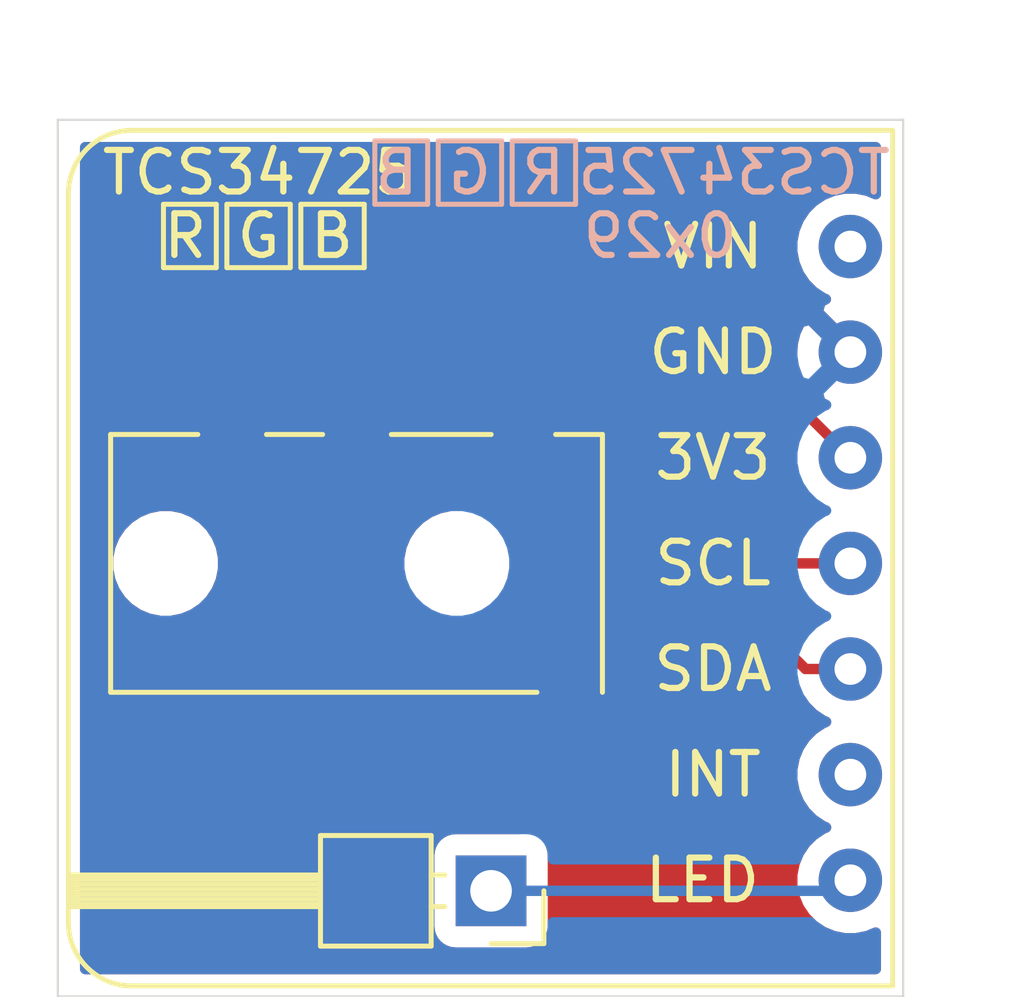
<source format=kicad_pcb>
(kicad_pcb (version 20171130) (host pcbnew "(5.1.5)-3")

  (general
    (thickness 1.6)
    (drawings 33)
    (tracks 11)
    (zones 0)
    (modules 3)
    (nets 8)
  )

  (page A4)
  (layers
    (0 F.Cu signal)
    (31 B.Cu signal)
    (32 B.Adhes user)
    (33 F.Adhes user)
    (34 B.Paste user)
    (35 F.Paste user)
    (36 B.SilkS user)
    (37 F.SilkS user)
    (38 B.Mask user)
    (39 F.Mask user)
    (40 Dwgs.User user)
    (41 Cmts.User user)
    (42 Eco1.User user)
    (43 Eco2.User user)
    (44 Edge.Cuts user)
    (45 Margin user)
    (46 B.CrtYd user)
    (47 F.CrtYd user)
    (48 B.Fab user)
    (49 F.Fab user)
  )

  (setup
    (last_trace_width 0.25)
    (trace_clearance 0.2)
    (zone_clearance 0.508)
    (zone_45_only no)
    (trace_min 0.2)
    (via_size 0.8)
    (via_drill 0.4)
    (via_min_size 0.4)
    (via_min_drill 0.3)
    (uvia_size 0.3)
    (uvia_drill 0.1)
    (uvias_allowed no)
    (uvia_min_size 0.2)
    (uvia_min_drill 0.1)
    (edge_width 0.05)
    (segment_width 0.2)
    (pcb_text_width 0.3)
    (pcb_text_size 1.5 1.5)
    (mod_edge_width 0.12)
    (mod_text_size 1 1)
    (mod_text_width 0.15)
    (pad_size 1.524 1.524)
    (pad_drill 0.762)
    (pad_to_mask_clearance 0.051)
    (solder_mask_min_width 0.25)
    (aux_axis_origin 0 0)
    (visible_elements 7FFFFFFF)
    (pcbplotparams
      (layerselection 0x010fc_ffffffff)
      (usegerberextensions false)
      (usegerberattributes false)
      (usegerberadvancedattributes false)
      (creategerberjobfile false)
      (excludeedgelayer true)
      (linewidth 0.100000)
      (plotframeref false)
      (viasonmask false)
      (mode 1)
      (useauxorigin false)
      (hpglpennumber 1)
      (hpglpenspeed 20)
      (hpglpendiameter 15.000000)
      (psnegative false)
      (psa4output false)
      (plotreference true)
      (plotvalue true)
      (plotinvisibletext false)
      (padsonsilk false)
      (subtractmaskfromsilk false)
      (outputformat 1)
      (mirror false)
      (drillshape 0)
      (scaleselection 1)
      (outputdirectory "gerbers/"))
  )

  (net 0 "")
  (net 1 GND)
  (net 2 SDA)
  (net 3 SCL)
  (net 4 +3V3)
  (net 5 LED)
  (net 6 "Net-(U1-Pad7)")
  (net 7 "Net-(U1-Pad2)")

  (net_class Default "Ceci est la Netclass par défaut."
    (clearance 0.2)
    (trace_width 0.25)
    (via_dia 0.8)
    (via_drill 0.4)
    (uvia_dia 0.3)
    (uvia_drill 0.1)
    (add_net +3V3)
    (add_net GND)
    (add_net LED)
    (add_net "Net-(U1-Pad2)")
    (add_net "Net-(U1-Pad7)")
    (add_net SCL)
    (add_net SDA)
  )

  (module Connector_PinHeader_2.54mm:PinHeader_1x01_P2.54mm_Horizontal (layer F.Cu) (tedit 59FED5CB) (tstamp 5FDD0183)
    (at 171.196 38.862 180)
    (descr "Through hole angled pin header, 1x01, 2.54mm pitch, 6mm pin length, single row")
    (tags "Through hole angled pin header THT 1x01 2.54mm single row")
    (path /5FDDDCBD)
    (fp_text reference J2 (at 4.385 -3.302) (layer F.SilkS) hide
      (effects (font (size 1 1) (thickness 0.15)))
    )
    (fp_text value LED (at 4.385 2.27) (layer F.Fab)
      (effects (font (size 1 1) (thickness 0.15)))
    )
    (fp_text user %R (at 2.77 0 90) (layer F.Fab)
      (effects (font (size 1 1) (thickness 0.15)))
    )
    (fp_line (start 10.55 -1.8) (end -1.8 -1.8) (layer F.CrtYd) (width 0.05))
    (fp_line (start 10.55 1.8) (end 10.55 -1.8) (layer F.CrtYd) (width 0.05))
    (fp_line (start -1.8 1.8) (end 10.55 1.8) (layer F.CrtYd) (width 0.05))
    (fp_line (start -1.8 -1.8) (end -1.8 1.8) (layer F.CrtYd) (width 0.05))
    (fp_line (start -1.27 -1.27) (end 0 -1.27) (layer F.SilkS) (width 0.12))
    (fp_line (start -1.27 0) (end -1.27 -1.27) (layer F.SilkS) (width 0.12))
    (fp_line (start 1.11 0.38) (end 1.44 0.38) (layer F.SilkS) (width 0.12))
    (fp_line (start 1.11 -0.38) (end 1.44 -0.38) (layer F.SilkS) (width 0.12))
    (fp_line (start 4.1 0.28) (end 10.1 0.28) (layer F.SilkS) (width 0.12))
    (fp_line (start 4.1 0.16) (end 10.1 0.16) (layer F.SilkS) (width 0.12))
    (fp_line (start 4.1 0.04) (end 10.1 0.04) (layer F.SilkS) (width 0.12))
    (fp_line (start 4.1 -0.08) (end 10.1 -0.08) (layer F.SilkS) (width 0.12))
    (fp_line (start 4.1 -0.2) (end 10.1 -0.2) (layer F.SilkS) (width 0.12))
    (fp_line (start 4.1 -0.32) (end 10.1 -0.32) (layer F.SilkS) (width 0.12))
    (fp_line (start 10.1 0.38) (end 4.1 0.38) (layer F.SilkS) (width 0.12))
    (fp_line (start 10.1 -0.38) (end 10.1 0.38) (layer F.SilkS) (width 0.12))
    (fp_line (start 4.1 -0.38) (end 10.1 -0.38) (layer F.SilkS) (width 0.12))
    (fp_line (start 4.1 -1.33) (end 1.44 -1.33) (layer F.SilkS) (width 0.12))
    (fp_line (start 4.1 1.33) (end 4.1 -1.33) (layer F.SilkS) (width 0.12))
    (fp_line (start 1.44 1.33) (end 4.1 1.33) (layer F.SilkS) (width 0.12))
    (fp_line (start 1.44 -1.33) (end 1.44 1.33) (layer F.SilkS) (width 0.12))
    (fp_line (start 4.04 0.32) (end 10.04 0.32) (layer F.Fab) (width 0.1))
    (fp_line (start 10.04 -0.32) (end 10.04 0.32) (layer F.Fab) (width 0.1))
    (fp_line (start 4.04 -0.32) (end 10.04 -0.32) (layer F.Fab) (width 0.1))
    (fp_line (start -0.32 0.32) (end 1.5 0.32) (layer F.Fab) (width 0.1))
    (fp_line (start -0.32 -0.32) (end -0.32 0.32) (layer F.Fab) (width 0.1))
    (fp_line (start -0.32 -0.32) (end 1.5 -0.32) (layer F.Fab) (width 0.1))
    (fp_line (start 1.5 -0.635) (end 2.135 -1.27) (layer F.Fab) (width 0.1))
    (fp_line (start 1.5 1.27) (end 1.5 -0.635) (layer F.Fab) (width 0.1))
    (fp_line (start 4.04 1.27) (end 1.5 1.27) (layer F.Fab) (width 0.1))
    (fp_line (start 4.04 -1.27) (end 4.04 1.27) (layer F.Fab) (width 0.1))
    (fp_line (start 2.135 -1.27) (end 4.04 -1.27) (layer F.Fab) (width 0.1))
    (pad 1 thru_hole rect (at 0 0 180) (size 1.7 1.7) (drill 1) (layers *.Cu *.Mask)
      (net 5 LED))
    (model ${KISYS3DMOD}/Connector_PinHeader_2.54mm.3dshapes/PinHeader_1x01_P2.54mm_Horizontal.wrl
      (at (xyz 0 0 0))
      (scale (xyz 1 1 1))
      (rotate (xyz 0 0 0))
    )
  )

  (module usini_sensors:module_tcs34725 (layer F.Cu) (tedit 5FDB4F9D) (tstamp 5FDD0203)
    (at 177.292 23.368 180)
    (path /5FDDB442)
    (fp_text reference U1 (at -3.048 -18.796) (layer F.SilkS) hide
      (effects (font (size 1 1) (thickness 0.15)))
    )
    (fp_text value module_tcs34725 (at 0 5.08) (layer F.Fab)
      (effects (font (size 1 1) (thickness 0.15)))
    )
    (fp_text user VIN (at 0.762 0) (layer F.SilkS)
      (effects (font (size 1 1) (thickness 0.15)))
    )
    (fp_text user GND (at 0.762 -2.54) (layer F.SilkS)
      (effects (font (size 1 1) (thickness 0.15)))
    )
    (fp_text user 3V3 (at 0.762 -5.08) (layer F.SilkS)
      (effects (font (size 1 1) (thickness 0.15)))
    )
    (fp_text user SCL (at 0.762 -7.62) (layer F.SilkS)
      (effects (font (size 1 1) (thickness 0.15)))
    )
    (fp_text user SDA (at 0.762 -10.16) (layer F.SilkS)
      (effects (font (size 1 1) (thickness 0.15)))
    )
    (fp_text user INT (at 0.762 -12.7) (layer F.SilkS)
      (effects (font (size 1 1) (thickness 0.15)))
    )
    (fp_text user LED (at 1.016 -15.24) (layer F.SilkS)
      (effects (font (size 1 1) (thickness 0.15)))
    )
    (fp_arc (start 14.732 1.27) (end 14.732 2.794) (angle -90) (layer F.SilkS) (width 0.12))
    (fp_arc (start 14.732 -16.256) (end 16.256 -16.256) (angle -90) (layer F.SilkS) (width 0.12))
    (fp_line (start -3.556 2.794) (end -3.556 -17.78) (layer F.SilkS) (width 0.12))
    (fp_line (start 14.732 2.794) (end -3.556 2.794) (layer F.SilkS) (width 0.12))
    (fp_line (start 16.256 -16.256) (end 16.256 1.27) (layer F.SilkS) (width 0.12))
    (fp_line (start -3.556 -17.78) (end 14.732 -17.78) (layer F.SilkS) (width 0.12))
    (pad 7 thru_hole circle (at -2.54 0 180) (size 1.524 1.524) (drill 0.762) (layers *.Cu *.Mask)
      (net 6 "Net-(U1-Pad7)"))
    (pad 6 thru_hole circle (at -2.54 -2.54 180) (size 1.524 1.524) (drill 0.762) (layers *.Cu *.Mask)
      (net 1 GND))
    (pad 5 thru_hole circle (at -2.54 -5.08 180) (size 1.524 1.524) (drill 0.762) (layers *.Cu *.Mask)
      (net 4 +3V3))
    (pad 4 thru_hole circle (at -2.54 -7.62 180) (size 1.524 1.524) (drill 0.762) (layers *.Cu *.Mask)
      (net 3 SCL))
    (pad 3 thru_hole circle (at -2.54 -10.16 180) (size 1.524 1.524) (drill 0.762) (layers *.Cu *.Mask)
      (net 2 SDA))
    (pad 2 thru_hole circle (at -2.54 -12.7 180) (size 1.524 1.524) (drill 0.762) (layers *.Cu *.Mask)
      (net 7 "Net-(U1-Pad2)"))
    (pad 1 thru_hole circle (at -2.54 -15.24 180) (size 1.524 1.524) (drill 0.762) (layers *.Cu *.Mask)
      (net 5 LED))
    (model ${KIPRJMOD}/usini_sensors.pretty/TCS34725.STEP
      (offset (xyz 6 7.5 9.5))
      (scale (xyz 1 1 1))
      (rotate (xyz -90 0 -90))
    )
    (model ${KISYS3DMOD}/Connector_PinSocket_2.54mm.3dshapes/PinSocket_1x07_P2.54mm_Vertical.step
      (offset (xyz -2.5 15 0))
      (scale (xyz 1 1 1))
      (rotate (xyz 0 0 0))
    )
  )

  (module usini_sensors:jack_3.5mm_TRRS (layer F.Cu) (tedit 5FDB7F81) (tstamp 5FDA3052)
    (at 168.148 30.988)
    (descr "Headphones with microphone connector, 3.5mm, 4 pins (http://www.qingpu-electronics.com/en/products/WQP-PJ320D-72.html)")
    (tags "3.5mm jack mic microphone phones headphones 4pins audio plug")
    (path /5FDC3E76)
    (attr smd)
    (fp_text reference J1 (at -0.508 0.508 90) (layer F.SilkS) hide
      (effects (font (size 1 1) (thickness 0.15)))
    )
    (fp_text value AudioJack4 (at -0.025 6.35) (layer F.Fab)
      (effects (font (size 1 1) (thickness 0.15)))
    )
    (fp_circle (center 3.9 -2.35) (end 3.95 -2.1) (layer F.Fab) (width 0.12))
    (fp_line (start -6.096 -3.1) (end -6.096 3.1) (layer F.SilkS) (width 0.12))
    (fp_line (start -8.73 -5) (end 6.07 -5) (layer F.CrtYd) (width 0.05))
    (fp_line (start -8.73 5) (end 6.07 5) (layer F.CrtYd) (width 0.05))
    (fp_line (start 5.725 3.1) (end 5.725 -3.1) (layer F.SilkS) (width 0.12))
    (fp_line (start -8.73 5) (end -8.73 -5) (layer F.CrtYd) (width 0.05))
    (fp_line (start 6.07 5) (end 6.07 -5) (layer F.CrtYd) (width 0.05))
    (fp_line (start -6.096 -3.1) (end -4 -3.1) (layer F.SilkS) (width 0.12))
    (fp_line (start -2.35 -3.1) (end -1 -3.1) (layer F.SilkS) (width 0.12))
    (fp_line (start 0.65 -3.1) (end 3.05 -3.1) (layer F.SilkS) (width 0.12))
    (fp_line (start 4.6 -3.1) (end 5.725 -3.1) (layer F.SilkS) (width 0.12))
    (fp_line (start 4.15 3.1) (end -6.096 3.1) (layer F.SilkS) (width 0.12))
    (fp_line (start 5.575 -2.9) (end 5.575 2.9) (layer F.Fab) (width 0.1))
    (fp_line (start -6.096 -2.9) (end 5.575 -2.9) (layer F.Fab) (width 0.1))
    (fp_line (start -6.096 -2.3) (end -6.096 -2.9) (layer F.Fab) (width 0.1))
    (fp_line (start -8.225 -2.3) (end -6.096 -2.3) (layer F.Fab) (width 0.1))
    (fp_line (start -8.225 2.3) (end -8.225 -2.3) (layer F.Fab) (width 0.1))
    (fp_line (start -6.096 2.3) (end -8.225 2.3) (layer F.Fab) (width 0.1))
    (fp_line (start -6.096 2.9) (end -6.096 2.286) (layer F.Fab) (width 0.1))
    (fp_line (start 5.575 2.9) (end -6.096 2.9) (layer F.Fab) (width 0.1))
    (fp_text user %R (at -1.195 0) (layer F.Fab)
      (effects (font (size 1 1) (thickness 0.15)))
    )
    (pad "" np_thru_hole circle (at 2.225 0) (size 1.5 1.5) (drill 1.5) (layers *.Cu *.Mask))
    (pad "" np_thru_hole circle (at -4.775 0) (size 1.5 1.5) (drill 1.5) (layers *.Cu *.Mask))
    (pad R2 smd roundrect (at -3.175 -4.572) (size 1.2 3.2) (layers F.Cu F.Paste F.Mask) (roundrect_rratio 0.25)
      (net 2 SDA))
    (pad R1 smd roundrect (at -0.175 -4.572) (size 1.2 3.2) (layers F.Cu F.Paste F.Mask) (roundrect_rratio 0.25)
      (net 3 SCL))
    (pad T smd roundrect (at 3.81 -4.572) (size 1.2 3.2) (layers F.Cu F.Paste F.Mask) (roundrect_rratio 0.25)
      (net 4 +3V3))
    (pad S smd roundrect (at 4.925 4.572) (size 1.2 3.2) (layers F.Cu F.Paste F.Mask) (roundrect_rratio 0.25)
      (net 1 GND))
    (model ${KIPRJMOD}/usini_sensors.pretty/audio_3.5mm_trrs.step
      (offset (xyz 5.5 -3 0))
      (scale (xyz 1 1 1))
      (rotate (xyz 0 0 -90))
    )
  )

  (gr_line (start 171.704 20.828) (end 171.704 22.352) (layer B.SilkS) (width 0.12) (tstamp 5FDD09C8))
  (gr_text "R G B" (at 170.688 21.59) (layer B.SilkS) (tstamp 5FDD09C7)
    (effects (font (size 1 1) (thickness 0.15)) (justify mirror))
  )
  (gr_line (start 169.926 20.828) (end 169.926 22.352) (layer B.SilkS) (width 0.12) (tstamp 5FDD09C6))
  (gr_line (start 171.704 22.352) (end 173.228 22.352) (layer B.SilkS) (width 0.12) (tstamp 5FDD09C5))
  (gr_line (start 171.45 22.352) (end 171.45 20.828) (layer B.SilkS) (width 0.12) (tstamp 5FDD09C4))
  (gr_line (start 168.402 20.828) (end 168.402 22.352) (layer B.SilkS) (width 0.12) (tstamp 5FDD09C3))
  (gr_line (start 169.926 22.352) (end 171.45 22.352) (layer B.SilkS) (width 0.12) (tstamp 5FDD09C2))
  (gr_line (start 171.45 20.828) (end 169.926 20.828) (layer B.SilkS) (width 0.12) (tstamp 5FDD09C1))
  (gr_line (start 173.228 20.828) (end 171.704 20.828) (layer B.SilkS) (width 0.12) (tstamp 5FDD09C0))
  (gr_line (start 173.228 22.352) (end 173.228 20.828) (layer B.SilkS) (width 0.12) (tstamp 5FDD09BF))
  (gr_line (start 169.672 20.828) (end 168.402 20.828) (layer B.SilkS) (width 0.12) (tstamp 5FDD09BE))
  (gr_line (start 169.672 22.352) (end 169.672 20.828) (layer B.SilkS) (width 0.12) (tstamp 5FDD09BD))
  (gr_line (start 168.402 22.352) (end 169.672 22.352) (layer B.SilkS) (width 0.12) (tstamp 5FDD09BC))
  (gr_line (start 166.624 23.876) (end 166.624 22.352) (layer F.SilkS) (width 0.12) (tstamp 5FDD098F))
  (gr_line (start 168.148 23.876) (end 166.624 23.876) (layer F.SilkS) (width 0.12))
  (gr_line (start 168.148 22.352) (end 168.148 23.876) (layer F.SilkS) (width 0.12))
  (gr_line (start 166.624 22.352) (end 168.148 22.352) (layer F.SilkS) (width 0.12))
  (gr_line (start 164.846 23.876) (end 164.846 22.352) (layer F.SilkS) (width 0.12) (tstamp 5FDD098E))
  (gr_line (start 166.37 23.876) (end 164.846 23.876) (layer F.SilkS) (width 0.12))
  (gr_line (start 166.37 22.352) (end 166.37 23.876) (layer F.SilkS) (width 0.12))
  (gr_line (start 164.846 22.352) (end 166.37 22.352) (layer F.SilkS) (width 0.12))
  (gr_line (start 163.322 23.876) (end 163.322 22.352) (layer F.SilkS) (width 0.12) (tstamp 5FDD098D))
  (gr_line (start 164.592 23.876) (end 163.322 23.876) (layer F.SilkS) (width 0.12))
  (gr_line (start 164.592 22.352) (end 164.592 23.876) (layer F.SilkS) (width 0.12))
  (gr_line (start 163.322 22.352) (end 164.592 22.352) (layer F.SilkS) (width 0.12))
  (gr_text "R G B" (at 165.608 23.114) (layer F.SilkS)
    (effects (font (size 1 1) (thickness 0.15)))
  )
  (gr_text TCS34725 (at 165.608 21.59) (layer F.SilkS)
    (effects (font (size 1 1) (thickness 0.15)))
  )
  (gr_line (start 181.102 41.402) (end 181.102 20.32) (layer Edge.Cuts) (width 0.05))
  (gr_line (start 160.782 41.402) (end 181.102 41.402) (layer Edge.Cuts) (width 0.05))
  (gr_line (start 160.782 20.32) (end 160.782 41.402) (layer Edge.Cuts) (width 0.05))
  (gr_line (start 181.102 20.32) (end 160.782 20.32) (layer Edge.Cuts) (width 0.05))
  (gr_text 0x29 (at 175.26 23.114) (layer B.SilkS)
    (effects (font (size 1 1) (thickness 0.15)) (justify mirror))
  )
  (gr_text TCS34725 (at 177.038 21.59) (layer B.SilkS)
    (effects (font (size 1 1) (thickness 0.15)) (justify mirror))
  )

  (segment (start 178.75437 33.528) (end 177.99237 32.766) (width 0.25) (layer F.Cu) (net 2))
  (segment (start 179.832 33.528) (end 178.75437 33.528) (width 0.25) (layer F.Cu) (net 2) (status 10))
  (segment (start 164.973 28.016) (end 164.973 26.416) (width 0.25) (layer F.Cu) (net 2) (status 20))
  (segment (start 169.723 32.766) (end 164.973 28.016) (width 0.25) (layer F.Cu) (net 2))
  (segment (start 177.99237 32.766) (end 169.723 32.766) (width 0.25) (layer F.Cu) (net 2))
  (segment (start 172.545 30.988) (end 167.973 26.416) (width 0.25) (layer F.Cu) (net 3) (status 20))
  (segment (start 179.832 30.988) (end 172.545 30.988) (width 0.25) (layer F.Cu) (net 3) (status 10))
  (segment (start 177.8 26.416) (end 171.958 26.416) (width 0.25) (layer F.Cu) (net 4) (status 20))
  (segment (start 179.832 28.448) (end 177.8 26.416) (width 0.25) (layer F.Cu) (net 4) (status 10))
  (segment (start 179.578 38.862) (end 179.832 38.608) (width 0.25) (layer B.Cu) (net 5) (status 30))
  (segment (start 171.196 38.862) (end 179.578 38.862) (width 0.25) (layer B.Cu) (net 5) (status 30))

  (zone (net 1) (net_name GND) (layer F.Cu) (tstamp 5FE0EE22) (hatch edge 0.508)
    (connect_pads (clearance 0.508))
    (min_thickness 0.254)
    (fill yes (arc_segments 32) (thermal_gap 0.508) (thermal_bridge_width 0.508))
    (polygon
      (pts
        (xy 181.102 41.402) (xy 160.782 41.402) (xy 160.782 20.32) (xy 181.102 20.32)
      )
    )
    (filled_polygon
      (pts
        (xy 180.442001 22.108569) (xy 180.23949 22.024686) (xy 179.969592 21.971) (xy 179.694408 21.971) (xy 179.42451 22.024686)
        (xy 179.170273 22.129995) (xy 178.941465 22.28288) (xy 178.74688 22.477465) (xy 178.593995 22.706273) (xy 178.488686 22.96051)
        (xy 178.435 23.230408) (xy 178.435 23.505592) (xy 178.488686 23.77549) (xy 178.593995 24.029727) (xy 178.74688 24.258535)
        (xy 178.941465 24.45312) (xy 179.170273 24.606005) (xy 179.241943 24.635692) (xy 179.228977 24.640364) (xy 179.11302 24.702344)
        (xy 179.04604 24.942435) (xy 179.832 25.728395) (xy 179.846143 25.714253) (xy 180.025748 25.893858) (xy 180.011605 25.908)
        (xy 180.025748 25.922143) (xy 179.846143 26.101748) (xy 179.832 26.087605) (xy 179.817858 26.101748) (xy 179.638253 25.922143)
        (xy 179.652395 25.908) (xy 178.866435 25.12204) (xy 178.626344 25.18902) (xy 178.509244 25.438048) (xy 178.442977 25.705135)
        (xy 178.430481 25.97168) (xy 178.363804 25.905003) (xy 178.340001 25.875999) (xy 178.224276 25.781026) (xy 178.092247 25.710454)
        (xy 177.948986 25.666997) (xy 177.837333 25.656) (xy 177.837322 25.656) (xy 177.8 25.652324) (xy 177.762678 25.656)
        (xy 173.196072 25.656) (xy 173.196072 25.116) (xy 173.178047 24.932991) (xy 173.124666 24.757015) (xy 173.037978 24.594835)
        (xy 172.921317 24.452683) (xy 172.779165 24.336022) (xy 172.616985 24.249334) (xy 172.441009 24.195953) (xy 172.258 24.177928)
        (xy 171.658 24.177928) (xy 171.474991 24.195953) (xy 171.299015 24.249334) (xy 171.136835 24.336022) (xy 170.994683 24.452683)
        (xy 170.878022 24.594835) (xy 170.791334 24.757015) (xy 170.737953 24.932991) (xy 170.719928 25.116) (xy 170.719928 27.716)
        (xy 170.737953 27.899009) (xy 170.791334 28.074985) (xy 170.878022 28.237165) (xy 170.919462 28.28766) (xy 169.211072 26.579271)
        (xy 169.211072 25.116) (xy 169.193047 24.932991) (xy 169.139666 24.757015) (xy 169.052978 24.594835) (xy 168.936317 24.452683)
        (xy 168.794165 24.336022) (xy 168.631985 24.249334) (xy 168.456009 24.195953) (xy 168.273 24.177928) (xy 167.673 24.177928)
        (xy 167.489991 24.195953) (xy 167.314015 24.249334) (xy 167.151835 24.336022) (xy 167.009683 24.452683) (xy 166.893022 24.594835)
        (xy 166.806334 24.757015) (xy 166.752953 24.932991) (xy 166.734928 25.116) (xy 166.734928 27.716) (xy 166.752953 27.899009)
        (xy 166.806334 28.074985) (xy 166.893022 28.237165) (xy 167.009683 28.379317) (xy 167.151835 28.495978) (xy 167.314015 28.582666)
        (xy 167.489991 28.636047) (xy 167.673 28.654072) (xy 168.273 28.654072) (xy 168.456009 28.636047) (xy 168.631985 28.582666)
        (xy 168.794165 28.495978) (xy 168.895232 28.413034) (xy 170.110315 29.628118) (xy 169.969011 29.656225) (xy 169.716957 29.760629)
        (xy 169.490114 29.912201) (xy 169.297201 30.105114) (xy 169.145629 30.331957) (xy 169.041225 30.584011) (xy 168.988 30.851589)
        (xy 168.988 30.956198) (xy 166.128213 28.096412) (xy 166.139666 28.074985) (xy 166.193047 27.899009) (xy 166.211072 27.716)
        (xy 166.211072 25.116) (xy 166.193047 24.932991) (xy 166.139666 24.757015) (xy 166.052978 24.594835) (xy 165.936317 24.452683)
        (xy 165.794165 24.336022) (xy 165.631985 24.249334) (xy 165.456009 24.195953) (xy 165.273 24.177928) (xy 164.673 24.177928)
        (xy 164.489991 24.195953) (xy 164.314015 24.249334) (xy 164.151835 24.336022) (xy 164.009683 24.452683) (xy 163.893022 24.594835)
        (xy 163.806334 24.757015) (xy 163.752953 24.932991) (xy 163.734928 25.116) (xy 163.734928 27.716) (xy 163.752953 27.899009)
        (xy 163.806334 28.074985) (xy 163.893022 28.237165) (xy 164.009683 28.379317) (xy 164.151835 28.495978) (xy 164.314015 28.582666)
        (xy 164.489991 28.636047) (xy 164.521333 28.639134) (xy 169.159205 33.277008) (xy 169.182999 33.306001) (xy 169.211992 33.329795)
        (xy 169.211996 33.329799) (xy 169.261589 33.370498) (xy 169.298724 33.400974) (xy 169.430753 33.471546) (xy 169.574014 33.515003)
        (xy 169.685667 33.526) (xy 169.685676 33.526) (xy 169.722999 33.529676) (xy 169.760322 33.526) (xy 172.007712 33.526)
        (xy 171.942463 33.605506) (xy 171.883498 33.71582) (xy 171.847188 33.835518) (xy 171.834928 33.96) (xy 171.838 35.27425)
        (xy 171.99675 35.433) (xy 172.946 35.433) (xy 172.946 35.413) (xy 173.2 35.413) (xy 173.2 35.433)
        (xy 174.14925 35.433) (xy 174.308 35.27425) (xy 174.311072 33.96) (xy 174.298812 33.835518) (xy 174.262502 33.71582)
        (xy 174.203537 33.605506) (xy 174.138288 33.526) (xy 177.677569 33.526) (xy 178.190571 34.039002) (xy 178.214369 34.068001)
        (xy 178.330094 34.162974) (xy 178.462123 34.233546) (xy 178.605384 34.277003) (xy 178.655617 34.281951) (xy 178.74688 34.418535)
        (xy 178.941465 34.61312) (xy 179.170273 34.766005) (xy 179.247515 34.798) (xy 179.170273 34.829995) (xy 178.941465 34.98288)
        (xy 178.74688 35.177465) (xy 178.593995 35.406273) (xy 178.488686 35.66051) (xy 178.435 35.930408) (xy 178.435 36.205592)
        (xy 178.488686 36.47549) (xy 178.593995 36.729727) (xy 178.74688 36.958535) (xy 178.941465 37.15312) (xy 179.170273 37.306005)
        (xy 179.247515 37.338) (xy 179.170273 37.369995) (xy 178.941465 37.52288) (xy 178.74688 37.717465) (xy 178.593995 37.946273)
        (xy 178.488686 38.20051) (xy 178.435 38.470408) (xy 178.435 38.745592) (xy 178.488686 39.01549) (xy 178.593995 39.269727)
        (xy 178.74688 39.498535) (xy 178.941465 39.69312) (xy 179.170273 39.846005) (xy 179.42451 39.951314) (xy 179.694408 40.005)
        (xy 179.969592 40.005) (xy 180.23949 39.951314) (xy 180.442 39.867431) (xy 180.442 40.742) (xy 161.442 40.742)
        (xy 161.442 38.012) (xy 169.707928 38.012) (xy 169.707928 39.712) (xy 169.720188 39.836482) (xy 169.756498 39.95618)
        (xy 169.815463 40.066494) (xy 169.894815 40.163185) (xy 169.991506 40.242537) (xy 170.10182 40.301502) (xy 170.221518 40.337812)
        (xy 170.346 40.350072) (xy 172.046 40.350072) (xy 172.170482 40.337812) (xy 172.29018 40.301502) (xy 172.400494 40.242537)
        (xy 172.497185 40.163185) (xy 172.576537 40.066494) (xy 172.635502 39.95618) (xy 172.671812 39.836482) (xy 172.684072 39.712)
        (xy 172.684072 38.012) (xy 172.671812 37.887518) (xy 172.644171 37.796399) (xy 172.78725 37.795) (xy 172.946 37.63625)
        (xy 172.946 35.687) (xy 173.2 35.687) (xy 173.2 37.63625) (xy 173.35875 37.795) (xy 173.673 37.798072)
        (xy 173.797482 37.785812) (xy 173.91718 37.749502) (xy 174.027494 37.690537) (xy 174.124185 37.611185) (xy 174.203537 37.514494)
        (xy 174.262502 37.40418) (xy 174.298812 37.284482) (xy 174.311072 37.16) (xy 174.308 35.84575) (xy 174.14925 35.687)
        (xy 173.2 35.687) (xy 172.946 35.687) (xy 171.99675 35.687) (xy 171.838 35.84575) (xy 171.834928 37.16)
        (xy 171.847188 37.284482) (xy 171.874321 37.373928) (xy 170.346 37.373928) (xy 170.221518 37.386188) (xy 170.10182 37.422498)
        (xy 169.991506 37.481463) (xy 169.894815 37.560815) (xy 169.815463 37.657506) (xy 169.756498 37.76782) (xy 169.720188 37.887518)
        (xy 169.707928 38.012) (xy 161.442 38.012) (xy 161.442 30.851589) (xy 161.988 30.851589) (xy 161.988 31.124411)
        (xy 162.041225 31.391989) (xy 162.145629 31.644043) (xy 162.297201 31.870886) (xy 162.490114 32.063799) (xy 162.716957 32.215371)
        (xy 162.969011 32.319775) (xy 163.236589 32.373) (xy 163.509411 32.373) (xy 163.776989 32.319775) (xy 164.029043 32.215371)
        (xy 164.255886 32.063799) (xy 164.448799 31.870886) (xy 164.600371 31.644043) (xy 164.704775 31.391989) (xy 164.758 31.124411)
        (xy 164.758 30.851589) (xy 164.704775 30.584011) (xy 164.600371 30.331957) (xy 164.448799 30.105114) (xy 164.255886 29.912201)
        (xy 164.029043 29.760629) (xy 163.776989 29.656225) (xy 163.509411 29.603) (xy 163.236589 29.603) (xy 162.969011 29.656225)
        (xy 162.716957 29.760629) (xy 162.490114 29.912201) (xy 162.297201 30.105114) (xy 162.145629 30.331957) (xy 162.041225 30.584011)
        (xy 161.988 30.851589) (xy 161.442 30.851589) (xy 161.442 20.98) (xy 180.442001 20.98)
      )
    )
  )
  (zone (net 1) (net_name GND) (layer B.Cu) (tstamp 5FE0EE1F) (hatch edge 0.508)
    (connect_pads (clearance 0.508))
    (min_thickness 0.254)
    (fill yes (arc_segments 32) (thermal_gap 0.508) (thermal_bridge_width 0.508))
    (polygon
      (pts
        (xy 181.102 41.402) (xy 160.782 41.402) (xy 160.782 20.32) (xy 181.102 20.32)
      )
    )
    (filled_polygon
      (pts
        (xy 180.442001 22.108569) (xy 180.23949 22.024686) (xy 179.969592 21.971) (xy 179.694408 21.971) (xy 179.42451 22.024686)
        (xy 179.170273 22.129995) (xy 178.941465 22.28288) (xy 178.74688 22.477465) (xy 178.593995 22.706273) (xy 178.488686 22.96051)
        (xy 178.435 23.230408) (xy 178.435 23.505592) (xy 178.488686 23.77549) (xy 178.593995 24.029727) (xy 178.74688 24.258535)
        (xy 178.941465 24.45312) (xy 179.170273 24.606005) (xy 179.241943 24.635692) (xy 179.228977 24.640364) (xy 179.11302 24.702344)
        (xy 179.04604 24.942435) (xy 179.832 25.728395) (xy 179.846143 25.714253) (xy 180.025748 25.893858) (xy 180.011605 25.908)
        (xy 180.025748 25.922143) (xy 179.846143 26.101748) (xy 179.832 26.087605) (xy 179.04604 26.873565) (xy 179.11302 27.113656)
        (xy 179.24876 27.177485) (xy 179.170273 27.209995) (xy 178.941465 27.36288) (xy 178.74688 27.557465) (xy 178.593995 27.786273)
        (xy 178.488686 28.04051) (xy 178.435 28.310408) (xy 178.435 28.585592) (xy 178.488686 28.85549) (xy 178.593995 29.109727)
        (xy 178.74688 29.338535) (xy 178.941465 29.53312) (xy 179.170273 29.686005) (xy 179.247515 29.718) (xy 179.170273 29.749995)
        (xy 178.941465 29.90288) (xy 178.74688 30.097465) (xy 178.593995 30.326273) (xy 178.488686 30.58051) (xy 178.435 30.850408)
        (xy 178.435 31.125592) (xy 178.488686 31.39549) (xy 178.593995 31.649727) (xy 178.74688 31.878535) (xy 178.941465 32.07312)
        (xy 179.170273 32.226005) (xy 179.247515 32.258) (xy 179.170273 32.289995) (xy 178.941465 32.44288) (xy 178.74688 32.637465)
        (xy 178.593995 32.866273) (xy 178.488686 33.12051) (xy 178.435 33.390408) (xy 178.435 33.665592) (xy 178.488686 33.93549)
        (xy 178.593995 34.189727) (xy 178.74688 34.418535) (xy 178.941465 34.61312) (xy 179.170273 34.766005) (xy 179.247515 34.798)
        (xy 179.170273 34.829995) (xy 178.941465 34.98288) (xy 178.74688 35.177465) (xy 178.593995 35.406273) (xy 178.488686 35.66051)
        (xy 178.435 35.930408) (xy 178.435 36.205592) (xy 178.488686 36.47549) (xy 178.593995 36.729727) (xy 178.74688 36.958535)
        (xy 178.941465 37.15312) (xy 179.170273 37.306005) (xy 179.247515 37.338) (xy 179.170273 37.369995) (xy 178.941465 37.52288)
        (xy 178.74688 37.717465) (xy 178.593995 37.946273) (xy 178.52949 38.102) (xy 172.684072 38.102) (xy 172.684072 38.012)
        (xy 172.671812 37.887518) (xy 172.635502 37.76782) (xy 172.576537 37.657506) (xy 172.497185 37.560815) (xy 172.400494 37.481463)
        (xy 172.29018 37.422498) (xy 172.170482 37.386188) (xy 172.046 37.373928) (xy 170.346 37.373928) (xy 170.221518 37.386188)
        (xy 170.10182 37.422498) (xy 169.991506 37.481463) (xy 169.894815 37.560815) (xy 169.815463 37.657506) (xy 169.756498 37.76782)
        (xy 169.720188 37.887518) (xy 169.707928 38.012) (xy 169.707928 39.712) (xy 169.720188 39.836482) (xy 169.756498 39.95618)
        (xy 169.815463 40.066494) (xy 169.894815 40.163185) (xy 169.991506 40.242537) (xy 170.10182 40.301502) (xy 170.221518 40.337812)
        (xy 170.346 40.350072) (xy 172.046 40.350072) (xy 172.170482 40.337812) (xy 172.29018 40.301502) (xy 172.400494 40.242537)
        (xy 172.497185 40.163185) (xy 172.576537 40.066494) (xy 172.635502 39.95618) (xy 172.671812 39.836482) (xy 172.684072 39.712)
        (xy 172.684072 39.622) (xy 178.870345 39.622) (xy 178.941465 39.69312) (xy 179.170273 39.846005) (xy 179.42451 39.951314)
        (xy 179.694408 40.005) (xy 179.969592 40.005) (xy 180.23949 39.951314) (xy 180.442 39.867431) (xy 180.442 40.742)
        (xy 161.442 40.742) (xy 161.442 30.851589) (xy 161.988 30.851589) (xy 161.988 31.124411) (xy 162.041225 31.391989)
        (xy 162.145629 31.644043) (xy 162.297201 31.870886) (xy 162.490114 32.063799) (xy 162.716957 32.215371) (xy 162.969011 32.319775)
        (xy 163.236589 32.373) (xy 163.509411 32.373) (xy 163.776989 32.319775) (xy 164.029043 32.215371) (xy 164.255886 32.063799)
        (xy 164.448799 31.870886) (xy 164.600371 31.644043) (xy 164.704775 31.391989) (xy 164.758 31.124411) (xy 164.758 30.851589)
        (xy 168.988 30.851589) (xy 168.988 31.124411) (xy 169.041225 31.391989) (xy 169.145629 31.644043) (xy 169.297201 31.870886)
        (xy 169.490114 32.063799) (xy 169.716957 32.215371) (xy 169.969011 32.319775) (xy 170.236589 32.373) (xy 170.509411 32.373)
        (xy 170.776989 32.319775) (xy 171.029043 32.215371) (xy 171.255886 32.063799) (xy 171.448799 31.870886) (xy 171.600371 31.644043)
        (xy 171.704775 31.391989) (xy 171.758 31.124411) (xy 171.758 30.851589) (xy 171.704775 30.584011) (xy 171.600371 30.331957)
        (xy 171.448799 30.105114) (xy 171.255886 29.912201) (xy 171.029043 29.760629) (xy 170.776989 29.656225) (xy 170.509411 29.603)
        (xy 170.236589 29.603) (xy 169.969011 29.656225) (xy 169.716957 29.760629) (xy 169.490114 29.912201) (xy 169.297201 30.105114)
        (xy 169.145629 30.331957) (xy 169.041225 30.584011) (xy 168.988 30.851589) (xy 164.758 30.851589) (xy 164.704775 30.584011)
        (xy 164.600371 30.331957) (xy 164.448799 30.105114) (xy 164.255886 29.912201) (xy 164.029043 29.760629) (xy 163.776989 29.656225)
        (xy 163.509411 29.603) (xy 163.236589 29.603) (xy 162.969011 29.656225) (xy 162.716957 29.760629) (xy 162.490114 29.912201)
        (xy 162.297201 30.105114) (xy 162.145629 30.331957) (xy 162.041225 30.584011) (xy 161.988 30.851589) (xy 161.442 30.851589)
        (xy 161.442 25.980017) (xy 178.43009 25.980017) (xy 178.471078 26.252133) (xy 178.564364 26.511023) (xy 178.626344 26.62698)
        (xy 178.866435 26.69396) (xy 179.652395 25.908) (xy 178.866435 25.12204) (xy 178.626344 25.18902) (xy 178.509244 25.438048)
        (xy 178.442977 25.705135) (xy 178.43009 25.980017) (xy 161.442 25.980017) (xy 161.442 20.98) (xy 180.442001 20.98)
      )
    )
  )
)

</source>
